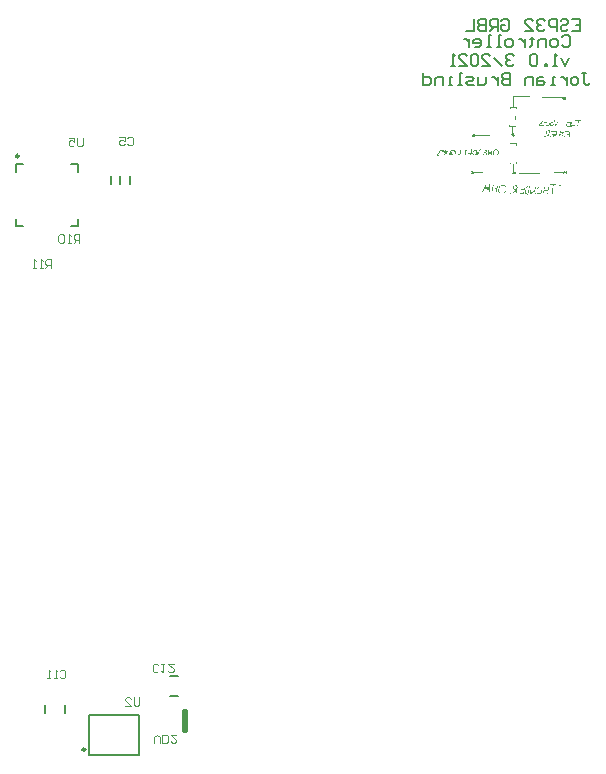
<source format=gbo>
G04 Layer_Color=13813960*
%FSLAX24Y24*%
%MOIN*%
G70*
G01*
G75*
%ADD29C,0.0098*%
%ADD32C,0.0100*%
%ADD59C,0.0079*%
%ADD63C,0.0039*%
%ADD64C,0.0059*%
G36*
X31845Y44276D02*
Y44270D01*
X31840Y44259D01*
Y44248D01*
Y44237D01*
Y44221D01*
Y44216D01*
Y44205D01*
Y44194D01*
Y44188D01*
Y44183D01*
Y44177D01*
Y44161D01*
Y44155D01*
Y44150D01*
Y44139D01*
X31845Y44134D01*
Y44139D01*
X31856Y44144D01*
X31862Y44150D01*
Y44161D01*
X31867Y44172D01*
X31884Y44194D01*
Y44199D01*
X31889Y44205D01*
Y44210D01*
X31895Y44221D01*
Y44226D01*
X31900Y44237D01*
Y44243D01*
X31911Y44259D01*
X31916Y44265D01*
Y44259D01*
X31922Y44254D01*
Y44248D01*
Y44237D01*
X31916Y44232D01*
X31911Y44221D01*
X31900Y44188D01*
X31895Y44183D01*
X31884Y44155D01*
Y44150D01*
X31878Y44144D01*
X31873Y44134D01*
X31867Y44128D01*
X31862D01*
X31856Y44123D01*
X31851Y44112D01*
X31845Y44106D01*
X31840Y44101D01*
X31834Y44106D01*
Y44112D01*
X31829Y44123D01*
X31823Y44144D01*
Y44183D01*
Y44188D01*
Y44194D01*
Y44221D01*
Y44248D01*
X31829Y44270D01*
Y44276D01*
X31834Y44281D01*
X31840D01*
X31845Y44276D01*
D02*
G37*
G36*
X33158Y44270D02*
X33185D01*
X33190Y44265D01*
X33201Y44254D01*
X33207Y44243D01*
Y44237D01*
X33218Y44216D01*
Y44205D01*
X33223Y44188D01*
Y44166D01*
Y44161D01*
X33218Y44150D01*
X33207Y44112D01*
X33196Y44101D01*
X33179Y44095D01*
X33158Y44090D01*
X33114D01*
X33097Y44095D01*
X33092Y44101D01*
X33087D01*
X33081Y44106D01*
Y44112D01*
X33087Y44117D01*
X33092D01*
X33108Y44112D01*
X33114D01*
X33125Y44106D01*
X33163D01*
X33169Y44112D01*
X33174D01*
X33185Y44117D01*
X33190Y44123D01*
X33196Y44134D01*
Y44144D01*
X33201Y44150D01*
X33207Y44172D01*
Y44177D01*
Y44183D01*
Y44194D01*
X33201Y44199D01*
X33196Y44205D01*
Y44216D01*
Y44221D01*
X33190Y44232D01*
X33179Y44243D01*
X33158Y44248D01*
X33152D01*
X33141Y44254D01*
X33130Y44259D01*
Y44265D01*
Y44270D01*
X33136Y44276D01*
X33152D01*
X33158Y44270D01*
D02*
G37*
G36*
X33551Y44276D02*
X33568Y44265D01*
X33573D01*
X33579Y44259D01*
X33584Y44248D01*
X33590Y44237D01*
X33601Y44226D01*
Y44221D01*
X33606Y44210D01*
Y44188D01*
X33601Y44155D01*
Y44150D01*
X33595Y44128D01*
X33584Y44112D01*
X33573Y44101D01*
X33568D01*
X33562Y44095D01*
X33540Y44084D01*
X33535D01*
X33524Y44079D01*
X33502D01*
X33480Y44084D01*
X33475Y44090D01*
X33458D01*
X33447Y44095D01*
X33442Y44101D01*
X33431D01*
X33426Y44112D01*
X33420Y44128D01*
X33415Y44134D01*
X33409Y44150D01*
X33404Y44172D01*
X33409Y44199D01*
X33415Y44205D01*
X33420Y44216D01*
Y44226D01*
X33426Y44232D01*
X33436Y44248D01*
Y44254D01*
X33447Y44265D01*
X33458Y44270D01*
X33469Y44276D01*
X33486Y44281D01*
X33535D01*
X33551Y44276D01*
D02*
G37*
G36*
X31627Y44237D02*
X31632D01*
X31637Y44232D01*
X31643Y44221D01*
Y44216D01*
X31632Y44205D01*
X31572Y44128D01*
X31566Y44117D01*
X31561Y44101D01*
X31566Y44095D01*
X31572Y44090D01*
X31599D01*
X31621Y44095D01*
X31643D01*
Y44090D01*
X31637Y44084D01*
X31627Y44079D01*
X31616D01*
X31583Y44073D01*
X31572D01*
X31550Y44084D01*
X31545Y44095D01*
Y44112D01*
X31555Y44134D01*
X31577Y44166D01*
X31599Y44194D01*
X31605Y44199D01*
X31610Y44210D01*
Y44216D01*
X31605Y44221D01*
X31599D01*
X31594Y44226D01*
X31588Y44232D01*
X31594Y44237D01*
X31599Y44243D01*
X31610D01*
X31627Y44237D01*
D02*
G37*
G36*
X33294Y44270D02*
Y44265D01*
X33289Y44259D01*
X33283Y44237D01*
Y44226D01*
X33278Y44216D01*
X33272Y44210D01*
Y44199D01*
Y44183D01*
Y44177D01*
Y44166D01*
Y44155D01*
X33267Y44144D01*
X33261Y44139D01*
Y44134D01*
X33267Y44123D01*
X33272Y44117D01*
X33278Y44123D01*
X33283Y44128D01*
Y44134D01*
X33289Y44144D01*
X33305Y44161D01*
X33327Y44194D01*
X33333Y44199D01*
X33338Y44205D01*
X33349Y44216D01*
X33354Y44221D01*
X33360Y44226D01*
X33371Y44243D01*
X33376Y44248D01*
X33382Y44259D01*
X33393D01*
Y44248D01*
X33387Y44237D01*
X33382Y44232D01*
Y44205D01*
Y44194D01*
X33376Y44177D01*
Y44166D01*
Y44155D01*
Y44139D01*
Y44134D01*
X33382Y44128D01*
X33398Y44106D01*
X33404Y44101D01*
Y44095D01*
X33398Y44084D01*
X33393D01*
X33387Y44079D01*
X33382Y44084D01*
X33371Y44090D01*
Y44095D01*
X33365Y44101D01*
X33360Y44117D01*
Y44139D01*
Y44144D01*
Y44155D01*
X33354Y44172D01*
X33344D01*
X33333Y44161D01*
X33311Y44139D01*
X33294Y44117D01*
X33272Y44095D01*
X33267Y44090D01*
X33261Y44084D01*
X33256Y44079D01*
X33251D01*
X33245Y44084D01*
X33240Y44101D01*
Y44106D01*
Y44112D01*
Y44128D01*
Y44139D01*
Y44161D01*
Y44166D01*
Y44172D01*
X33245Y44183D01*
X33251Y44188D01*
Y44199D01*
X33256Y44221D01*
Y44226D01*
X33261Y44248D01*
X33267Y44265D01*
X33272Y44276D01*
X33294D01*
Y44270D01*
D02*
G37*
G36*
X31233Y44134D02*
Y44123D01*
X31222D01*
X31216Y44128D01*
Y44134D01*
Y44139D01*
X31233Y44134D01*
D02*
G37*
G36*
X33158Y44194D02*
X33169D01*
X33179Y44188D01*
X33185Y44177D01*
X33179Y44172D01*
X33169Y44161D01*
X33152D01*
X33147Y44166D01*
X33141Y44172D01*
X33125Y44177D01*
X33119D01*
X33114Y44188D01*
Y44194D01*
X33119Y44199D01*
X33141D01*
X33158Y44194D01*
D02*
G37*
G36*
X31780Y44254D02*
X31785Y44248D01*
X31791Y44237D01*
X31796Y44226D01*
Y44221D01*
X31802Y44216D01*
X31807Y44199D01*
X31812Y44177D01*
Y44172D01*
Y44161D01*
X31807Y44123D01*
X31802Y44106D01*
X31796Y44101D01*
X31785Y44095D01*
X31774Y44090D01*
X31763Y44084D01*
X31758D01*
X31747Y44079D01*
X31709D01*
X31698Y44084D01*
X31681Y44090D01*
X31676Y44095D01*
X31670Y44101D01*
Y44106D01*
Y44112D01*
X31676Y44106D01*
X31681D01*
X31698Y44101D01*
X31709D01*
X31730Y44095D01*
X31747D01*
X31752Y44101D01*
X31763D01*
X31769Y44106D01*
X31780Y44117D01*
X31791Y44139D01*
X31802Y44155D01*
X31791Y44166D01*
X31785Y44172D01*
X31780Y44177D01*
X31730Y44188D01*
X31725D01*
X31720Y44194D01*
X31714Y44199D01*
Y44205D01*
X31720Y44210D01*
X31730D01*
X31736Y44205D01*
X31763Y44199D01*
X31780D01*
X31785Y44205D01*
X31780Y44210D01*
X31774Y44221D01*
X31769Y44226D01*
X31763Y44237D01*
X31758Y44243D01*
X31659D01*
Y44248D01*
X31665Y44254D01*
X31681Y44259D01*
X31714Y44265D01*
X31763D01*
X31780Y44254D01*
D02*
G37*
G36*
X32999Y44281D02*
X33005Y44276D01*
X32999Y44270D01*
X32994Y44254D01*
X32988Y44248D01*
X32983Y44243D01*
X32977Y44232D01*
X32972Y44226D01*
X32966Y44216D01*
X32961Y44210D01*
Y44199D01*
Y44194D01*
X32955Y44188D01*
X32950D01*
Y44177D01*
Y44172D01*
X32944Y44161D01*
X32939Y44155D01*
Y44150D01*
X32917Y44112D01*
X32906Y44095D01*
X32901D01*
X32895Y44090D01*
X32890Y44095D01*
X32884Y44101D01*
Y44106D01*
X32879Y44123D01*
X32873Y44139D01*
Y44144D01*
X32868Y44155D01*
X32862Y44144D01*
Y44134D01*
Y44123D01*
X32857Y44112D01*
X32846Y44101D01*
X32840Y44095D01*
X32824Y44084D01*
X32802D01*
X32797Y44090D01*
X32780D01*
X32769Y44095D01*
X32764Y44101D01*
X32758D01*
X32748Y44106D01*
X32742Y44112D01*
X32737Y44123D01*
Y44128D01*
X32731Y44134D01*
X32726Y44144D01*
Y44161D01*
X32731Y44188D01*
X32737Y44194D01*
X32742Y44216D01*
X32758Y44232D01*
X32780Y44254D01*
X32786Y44259D01*
X32797Y44265D01*
X32808D01*
X32830Y44254D01*
X32835Y44248D01*
X32846Y44243D01*
X32857Y44226D01*
X32862Y44210D01*
Y44205D01*
X32868Y44199D01*
X32873Y44205D01*
Y44210D01*
Y44216D01*
Y44237D01*
Y44243D01*
X32868Y44248D01*
Y44254D01*
Y44259D01*
Y44276D01*
Y44281D01*
X32879Y44287D01*
X32884D01*
Y44248D01*
Y44243D01*
Y44237D01*
X32890Y44210D01*
X32895Y44166D01*
Y44161D01*
X32901Y44144D01*
Y44134D01*
X32906D01*
Y44139D01*
X32922Y44177D01*
Y44183D01*
X32928D01*
X32933Y44188D01*
X32939Y44199D01*
Y44205D01*
X32944Y44210D01*
Y44216D01*
X32950Y44221D01*
X32961Y44248D01*
Y44254D01*
X32966Y44259D01*
X32977Y44281D01*
X32983Y44287D01*
X32988D01*
X32999Y44281D01*
D02*
G37*
G36*
X32343Y44270D02*
Y44254D01*
Y44248D01*
X32337Y44237D01*
X32332Y44226D01*
Y44210D01*
Y44177D01*
Y44166D01*
Y44150D01*
Y44128D01*
X32326Y44117D01*
X32321Y44101D01*
X32316Y44095D01*
X32305D01*
X32288Y44101D01*
X32283D01*
X32272Y44106D01*
X32255Y44112D01*
X32228D01*
X32217Y44117D01*
X32201D01*
X32190Y44123D01*
X32184D01*
X32173Y44128D01*
X32162Y44123D01*
X32157Y44112D01*
Y44101D01*
X32146Y44090D01*
X32064D01*
X32053Y44095D01*
X32048Y44101D01*
X32042D01*
X32037Y44095D01*
Y44090D01*
X32031Y44084D01*
X32026D01*
Y44095D01*
Y44101D01*
Y44112D01*
X32020Y44123D01*
X32015D01*
X32009Y44117D01*
X31998D01*
X31993Y44123D01*
X31982D01*
X31977Y44117D01*
X31971Y44112D01*
X31960Y44101D01*
X31955Y44095D01*
Y44090D01*
X31949Y44084D01*
Y44073D01*
X31944Y44068D01*
X31938D01*
X31933Y44073D01*
Y44084D01*
X31938Y44095D01*
Y44101D01*
X31944Y44112D01*
Y44128D01*
X31938Y44139D01*
X31933Y44144D01*
X31938Y44150D01*
X31960D01*
X31966Y44155D01*
X31971Y44166D01*
X31977Y44177D01*
Y44183D01*
X31987Y44199D01*
X31993Y44216D01*
X31998Y44226D01*
Y44232D01*
Y44243D01*
X32009Y44254D01*
X32020Y44259D01*
X32026D01*
X32031Y44254D01*
Y44243D01*
X32026Y44237D01*
Y44216D01*
Y44210D01*
Y44199D01*
Y44194D01*
X32031Y44177D01*
X32037Y44112D01*
X32064D01*
X32091Y44106D01*
X32130D01*
X32135Y44112D01*
X32141Y44117D01*
Y44123D01*
X32146Y44128D01*
X32151Y44155D01*
Y44161D01*
X32146Y44166D01*
Y44172D01*
X32141Y44177D01*
X32124D01*
X32119Y44183D01*
X32108Y44188D01*
X32102Y44194D01*
Y44199D01*
Y44205D01*
Y44210D01*
X32113D01*
X32124Y44205D01*
X32135Y44199D01*
X32151D01*
X32157Y44205D01*
Y44210D01*
X32151Y44216D01*
X32146Y44221D01*
X32141Y44226D01*
X32130Y44232D01*
X32113D01*
X32108Y44237D01*
X32097Y44243D01*
X32091Y44248D01*
X32064D01*
X32059Y44254D01*
Y44259D01*
X32064Y44265D01*
X32086D01*
X32097Y44259D01*
X32108Y44254D01*
X32113D01*
X32124Y44248D01*
X32141D01*
X32162Y44254D01*
X32184Y44226D01*
Y44221D01*
X32179Y44216D01*
X32173Y44210D01*
X32168Y44199D01*
Y44177D01*
Y44172D01*
Y44161D01*
Y44150D01*
X32173Y44139D01*
X32179D01*
X32195Y44134D01*
X32261Y44128D01*
X32305D01*
X32310Y44134D01*
Y44139D01*
Y44155D01*
Y44166D01*
X32316Y44188D01*
Y44216D01*
Y44226D01*
Y44243D01*
X32321Y44265D01*
X32326Y44276D01*
X32343D01*
Y44270D01*
D02*
G37*
G36*
X32698Y44265D02*
Y44243D01*
Y44221D01*
Y44199D01*
Y44194D01*
Y44188D01*
Y44161D01*
Y44134D01*
X32693Y44112D01*
X32687Y44106D01*
X32682Y44101D01*
X32671D01*
X32665Y44106D01*
X32655Y44112D01*
X32649D01*
X32627Y44117D01*
X32622D01*
X32616Y44123D01*
X32589Y44134D01*
X32583D01*
X32573Y44139D01*
X32567D01*
Y44144D01*
X32573Y44150D01*
X32611D01*
X32633Y44144D01*
X32638D01*
X32649Y44139D01*
X32655D01*
X32660Y44134D01*
X32665D01*
X32671Y44144D01*
X32676Y44155D01*
Y44172D01*
Y44177D01*
Y44188D01*
Y44199D01*
X32682Y44210D01*
Y44216D01*
Y44226D01*
Y44254D01*
Y44259D01*
X32676Y44265D01*
Y44276D01*
X32682Y44281D01*
X32698D01*
Y44265D01*
D02*
G37*
G36*
X35055Y43024D02*
Y43018D01*
X35060Y43007D01*
Y42985D01*
Y42980D01*
Y42969D01*
Y42952D01*
Y42942D01*
Y42936D01*
X35050Y42909D01*
X35044Y42903D01*
Y42887D01*
Y42881D01*
X35039Y42859D01*
X35033Y42843D01*
X35028Y42832D01*
X35017Y42810D01*
X35011D01*
X35006Y42805D01*
X35000Y42799D01*
X34989Y42794D01*
X34935D01*
X34918Y42799D01*
X34902Y42805D01*
X34896Y42810D01*
X34880Y42827D01*
X34864Y42838D01*
Y42881D01*
Y42887D01*
Y42903D01*
Y42920D01*
X34869Y42925D01*
Y42931D01*
X34875Y42942D01*
Y42947D01*
X34880Y42952D01*
X34885Y42958D01*
Y42963D01*
X34891Y42974D01*
X34896Y42985D01*
X34913Y43007D01*
Y43013D01*
X34940D01*
Y43007D01*
X34929Y42996D01*
X34913Y42969D01*
X34902Y42952D01*
X34896Y42947D01*
X34885Y42931D01*
X34880Y42903D01*
X34875Y42876D01*
Y42870D01*
X34880Y42859D01*
X34885Y42843D01*
X34902Y42832D01*
X34907Y42827D01*
X34913Y42821D01*
X34929D01*
X34940Y42816D01*
X34946D01*
X34968Y42810D01*
X34989Y42816D01*
X35000Y42827D01*
X35011Y42838D01*
X35017Y42849D01*
X35022Y42870D01*
X35028Y42909D01*
X35033Y42963D01*
Y43024D01*
X35044Y43029D01*
X35050D01*
X35055Y43024D01*
D02*
G37*
G36*
X33786Y43084D02*
X33797Y43078D01*
X33808Y43073D01*
X33825Y43056D01*
X33830D01*
X33836Y43045D01*
X33847Y43040D01*
X33852Y43029D01*
X33858Y43018D01*
Y43007D01*
Y42991D01*
Y42969D01*
Y42963D01*
Y42952D01*
Y42936D01*
Y42925D01*
X33847Y42909D01*
Y42898D01*
X33841Y42887D01*
X33830Y42870D01*
X33825Y42865D01*
X33814Y42859D01*
X33786Y42838D01*
X33770Y42832D01*
X33765Y42827D01*
X33759D01*
X33743Y42821D01*
X33732D01*
X33710Y42816D01*
X33683D01*
X33672Y42821D01*
X33666Y42827D01*
X33655D01*
X33650Y42832D01*
X33639D01*
X33628Y42843D01*
X33622D01*
X33611Y42849D01*
X33606Y42859D01*
X33590Y42876D01*
Y42909D01*
Y42914D01*
Y42925D01*
Y42942D01*
X33595Y42958D01*
X33601Y42974D01*
Y42980D01*
X33606Y42991D01*
X33611Y42996D01*
X33617Y43007D01*
Y43013D01*
X33622Y43024D01*
X33628Y43040D01*
Y43045D01*
X33639Y43051D01*
X33644Y43056D01*
X33650Y43067D01*
X33661D01*
Y43073D01*
X33672D01*
X33677Y43078D01*
X33693D01*
X33699Y43084D01*
X33715D01*
X33737Y43089D01*
X33770D01*
X33786Y43084D01*
D02*
G37*
G36*
X35153Y43034D02*
Y43024D01*
X35148Y43018D01*
X35142Y43007D01*
X35137Y42996D01*
Y42991D01*
Y42974D01*
X35132Y42963D01*
X35126Y42952D01*
X35121Y42942D01*
X35126Y42936D01*
X35132Y42931D01*
X35153Y42925D01*
X35164D01*
X35175Y42920D01*
X35192D01*
X35225Y42914D01*
X35235D01*
X35241Y42920D01*
Y42931D01*
Y42947D01*
Y42969D01*
Y43029D01*
X35263D01*
X35274Y43024D01*
X35268Y43007D01*
Y42996D01*
Y42985D01*
Y42969D01*
Y42963D01*
X35263Y42952D01*
Y42925D01*
X35257Y42914D01*
Y42903D01*
Y42887D01*
Y42881D01*
Y42870D01*
X35252Y42843D01*
X35241Y42821D01*
Y42816D01*
X35235Y42799D01*
X35230Y42794D01*
X35225D01*
X35219Y42799D01*
Y42805D01*
Y42810D01*
Y42821D01*
X35225Y42832D01*
Y42838D01*
X35230Y42843D01*
X35235Y42870D01*
Y42876D01*
X35230Y42881D01*
X35225Y42892D01*
X35208D01*
X35203Y42898D01*
X35197D01*
X35186Y42903D01*
X35137D01*
X35132Y42909D01*
X35126Y42914D01*
X35121Y42909D01*
X35115Y42898D01*
X35110Y42892D01*
Y42881D01*
Y42876D01*
X35104Y42865D01*
X35099Y42859D01*
Y42849D01*
Y42843D01*
X35093Y42838D01*
X35088Y42832D01*
Y42816D01*
X35082Y42810D01*
X35060D01*
X35082Y42854D01*
Y42859D01*
X35088Y42870D01*
Y42876D01*
X35093Y42887D01*
Y42892D01*
X35099Y42909D01*
Y42914D01*
X35093Y42920D01*
X35088Y42925D01*
X35077D01*
X35071Y42931D01*
X35066D01*
X35071Y42936D01*
X35099D01*
X35104Y42942D01*
X35110Y42958D01*
Y42963D01*
X35115Y42985D01*
Y42991D01*
Y42996D01*
X35121Y43013D01*
Y43018D01*
Y43024D01*
X35132Y43034D01*
X35137Y43040D01*
X35153D01*
Y43034D01*
D02*
G37*
G36*
X34623Y43067D02*
X34629Y43062D01*
X34634Y43056D01*
X34639Y43034D01*
X34634Y43024D01*
X34629Y43007D01*
X34623Y43002D01*
Y42974D01*
Y42969D01*
Y42963D01*
X34618Y42942D01*
X34612Y42909D01*
Y42898D01*
X34607Y42887D01*
X34601Y42881D01*
Y42876D01*
Y42859D01*
Y42854D01*
Y42849D01*
Y42838D01*
X34596Y42832D01*
X34590D01*
Y42827D01*
X34585Y42816D01*
X34579Y42810D01*
Y42783D01*
Y42777D01*
X34574Y42772D01*
Y42767D01*
X34568Y42772D01*
X34557Y42783D01*
X34541Y42788D01*
X34536D01*
X34530Y42794D01*
X34508Y42805D01*
X34486Y42827D01*
X34475Y42849D01*
Y42854D01*
Y42859D01*
X34481Y42887D01*
Y42892D01*
Y42898D01*
Y42909D01*
X34486Y42914D01*
Y42920D01*
X34492Y42931D01*
Y42936D01*
X34497Y42952D01*
Y42958D01*
Y42963D01*
X34503Y42974D01*
Y42980D01*
X34508Y42991D01*
Y42996D01*
X34514Y43013D01*
Y43024D01*
X34525Y43034D01*
X34536Y43051D01*
X34541Y43056D01*
X34552Y43062D01*
X34568Y43073D01*
X34607D01*
X34623Y43067D01*
D02*
G37*
G36*
X34689Y43051D02*
Y43045D01*
X34694Y43034D01*
X34689Y43029D01*
Y43018D01*
Y42996D01*
Y42991D01*
Y42980D01*
X34683Y42952D01*
X34678Y42947D01*
Y42925D01*
Y42914D01*
X34672Y42898D01*
X34667Y42892D01*
Y42865D01*
Y42854D01*
X34661Y42838D01*
Y42832D01*
X34656Y42827D01*
Y42821D01*
X34661Y42816D01*
X34667D01*
X34672Y42821D01*
X34689Y42832D01*
X34705Y42843D01*
X34711Y42849D01*
X34716Y42859D01*
X34738Y42887D01*
X34809Y42974D01*
Y42980D01*
Y42991D01*
Y42996D01*
X34814Y43002D01*
X34820Y43007D01*
X34825Y43018D01*
Y43024D01*
X34836Y43029D01*
X34847D01*
X34853Y43024D01*
X34847Y43013D01*
X34836Y42991D01*
X34825Y42958D01*
Y42854D01*
Y42849D01*
X34831Y42838D01*
Y42832D01*
X34836Y42816D01*
X34831Y42805D01*
X34820Y42794D01*
X34814D01*
X34809Y42799D01*
Y42810D01*
Y42816D01*
Y42821D01*
X34803Y42843D01*
Y42854D01*
Y42870D01*
Y42892D01*
Y42903D01*
Y42920D01*
X34798Y42931D01*
X34793Y42925D01*
Y42920D01*
X34787Y42914D01*
X34771Y42892D01*
X34743Y42854D01*
X34711Y42821D01*
X34705Y42816D01*
X34700Y42810D01*
X34689Y42805D01*
X34683D01*
X34678Y42799D01*
X34656Y42794D01*
X34650Y42799D01*
X34645Y42810D01*
X34639Y42821D01*
Y42827D01*
Y42832D01*
Y42849D01*
X34645Y42859D01*
Y42865D01*
X34650Y42870D01*
X34656Y42892D01*
Y42898D01*
X34661Y42914D01*
Y42920D01*
Y42925D01*
X34667Y42952D01*
Y42958D01*
Y42963D01*
Y42974D01*
X34672Y42980D01*
Y42991D01*
X34678Y43002D01*
Y43018D01*
Y43029D01*
Y43045D01*
X34683Y43056D01*
X34689Y43051D01*
D02*
G37*
G36*
X34191Y43078D02*
X34197D01*
X34207Y43067D01*
X34224Y43056D01*
X34235Y43040D01*
Y43034D01*
Y43029D01*
Y43002D01*
X34229Y42991D01*
X34224Y42969D01*
Y42963D01*
X34213Y42947D01*
X34207Y42936D01*
Y42920D01*
Y42898D01*
Y42892D01*
Y42881D01*
Y42870D01*
X34202Y42859D01*
X34197Y42854D01*
Y42849D01*
Y42832D01*
Y42827D01*
X34191Y42821D01*
X34180Y42816D01*
X34175Y42821D01*
X34169Y42832D01*
X34175Y42849D01*
Y42854D01*
Y42865D01*
X34180Y42887D01*
Y42892D01*
Y42903D01*
Y42920D01*
X34186Y42925D01*
Y42936D01*
X34191Y42947D01*
Y42963D01*
Y42969D01*
Y42980D01*
X34197Y42991D01*
X34202Y43002D01*
Y43007D01*
Y43013D01*
Y43034D01*
Y43040D01*
X34191Y43045D01*
X34186Y43056D01*
X34169Y43062D01*
X34136D01*
X34120Y43051D01*
X34109Y43034D01*
Y43013D01*
Y42985D01*
X34125Y42969D01*
X34136Y42963D01*
X34142Y42958D01*
X34153Y42952D01*
X34158D01*
Y42947D01*
X34164Y42936D01*
Y42931D01*
X34169Y42914D01*
X34158Y42903D01*
X34153Y42898D01*
X34142Y42876D01*
X34136D01*
X34131Y42870D01*
X34120Y42865D01*
X34115D01*
Y42859D01*
X34109Y42854D01*
X34098Y42849D01*
X34087Y42843D01*
X34082D01*
X34076Y42838D01*
X34065Y42832D01*
X34060Y42827D01*
X34054D01*
X34032Y42821D01*
X34027D01*
X34016Y42816D01*
X34005Y42810D01*
X34000Y42805D01*
X33994Y42810D01*
X34000Y42816D01*
X34005Y42821D01*
X34011D01*
X34016Y42827D01*
X34049Y42843D01*
X34076Y42859D01*
X34115Y42887D01*
X34120Y42892D01*
X34131Y42909D01*
X34142Y42925D01*
X34136Y42931D01*
X34131Y42942D01*
X34125Y42947D01*
X34109Y42958D01*
X34104D01*
X34098Y42963D01*
X34093Y42969D01*
Y42974D01*
Y42980D01*
X34087Y42991D01*
X34082Y42996D01*
Y43018D01*
Y43024D01*
Y43029D01*
X34087Y43040D01*
Y43045D01*
X34093Y43051D01*
Y43056D01*
X34098Y43062D01*
X34109Y43073D01*
X34131Y43084D01*
X34136D01*
X34153Y43089D01*
X34169D01*
X34191Y43078D01*
D02*
G37*
G36*
X34448Y43029D02*
Y43024D01*
Y43018D01*
X34421D01*
X34410Y43024D01*
X34399D01*
X34372Y43029D01*
X34333D01*
X34317Y43034D01*
X34311D01*
X34317Y43040D01*
X34432D01*
X34448Y43029D01*
D02*
G37*
G36*
X35378Y43122D02*
X35394D01*
X35410Y43116D01*
X35482D01*
X35503Y43111D01*
X35525D01*
X35542Y43106D01*
X35667D01*
X35673Y43100D01*
X35678Y43084D01*
Y43078D01*
X35673Y43073D01*
X35651D01*
X35640Y43062D01*
X35629D01*
X35618Y43073D01*
X35613D01*
X35607Y43078D01*
X35591Y43084D01*
X35542D01*
X35520Y43089D01*
X35503Y43095D01*
X35482Y43100D01*
X35476D01*
X35460Y43106D01*
X35443Y43100D01*
X35438Y43095D01*
X35432Y43084D01*
X35427Y43062D01*
X35421Y43051D01*
Y43029D01*
Y42996D01*
Y42985D01*
X35416Y42969D01*
Y42947D01*
X35410Y42931D01*
X35405Y42881D01*
Y42805D01*
Y42799D01*
X35399Y42794D01*
X35389Y42788D01*
X35383Y42783D01*
X35378Y42788D01*
X35372Y42794D01*
Y42799D01*
Y42805D01*
Y42816D01*
X35378Y42827D01*
Y42849D01*
Y42854D01*
Y42865D01*
Y42881D01*
X35383Y42892D01*
Y42898D01*
Y42909D01*
X35389Y42925D01*
Y42952D01*
Y42963D01*
Y42980D01*
X35394Y43002D01*
X35399Y43024D01*
Y43029D01*
Y43040D01*
X35405Y43078D01*
Y43106D01*
X35334D01*
X35317Y43111D01*
X35290D01*
X35268Y43116D01*
X35142D01*
Y43122D01*
X35148D01*
X35164Y43127D01*
X35361D01*
X35378Y43122D01*
D02*
G37*
G36*
X33305Y43116D02*
Y43111D01*
X33311Y43100D01*
Y43095D01*
X33305Y43078D01*
Y43040D01*
Y43018D01*
Y42985D01*
Y42980D01*
Y42974D01*
Y42942D01*
X33311Y42914D01*
Y42898D01*
X33316Y42892D01*
Y42887D01*
Y42870D01*
X33311Y42865D01*
X33305Y42859D01*
X33300Y42865D01*
X33294Y42876D01*
Y42887D01*
X33289Y43013D01*
Y43018D01*
Y43024D01*
X33283D01*
Y43013D01*
X33278Y43007D01*
Y43002D01*
X33240Y42942D01*
X33234Y42936D01*
X33218Y42931D01*
X33212Y42936D01*
X33207Y42947D01*
Y42952D01*
X33201Y42969D01*
Y42974D01*
X33196Y42980D01*
Y42991D01*
Y42996D01*
X33190Y43013D01*
X33179Y43040D01*
Y43045D01*
X33174Y43056D01*
X33163Y43062D01*
X33158Y43051D01*
Y43045D01*
Y43034D01*
X33152D01*
Y43024D01*
X33147Y43018D01*
X33136Y43002D01*
X33130Y42985D01*
Y42980D01*
X33125Y42963D01*
X33119Y42958D01*
Y42947D01*
Y42942D01*
X33108Y42925D01*
X33070Y42865D01*
Y42859D01*
X33065Y42854D01*
X33059D01*
X33054Y42859D01*
X33059Y42876D01*
Y42881D01*
X33065Y42887D01*
X33070Y42892D01*
Y42898D01*
X33076Y42909D01*
X33114Y42991D01*
Y42996D01*
Y43002D01*
X33119Y43013D01*
Y43018D01*
X33125Y43029D01*
Y43034D01*
X33130Y43045D01*
Y43051D01*
X33141Y43062D01*
Y43067D01*
X33147Y43078D01*
Y43084D01*
Y43095D01*
X33152Y43106D01*
X33163Y43111D01*
X33174D01*
X33179Y43106D01*
X33185Y43095D01*
Y43084D01*
X33190Y43067D01*
Y43062D01*
X33196Y43056D01*
X33207Y43007D01*
Y42996D01*
X33218Y42974D01*
X33223Y42963D01*
X33229Y42969D01*
X33234Y42974D01*
X33240Y42980D01*
X33251Y42991D01*
X33256Y43002D01*
X33272Y43051D01*
X33278Y43062D01*
X33283Y43084D01*
Y43089D01*
Y43106D01*
X33294Y43116D01*
X33300Y43122D01*
X33305Y43116D01*
D02*
G37*
G36*
X33436Y43095D02*
Y43084D01*
X33426Y43067D01*
X33420Y43062D01*
X33415Y43040D01*
Y43034D01*
Y43018D01*
X33409Y43013D01*
Y42996D01*
Y42974D01*
X33529Y42985D01*
X33535D01*
X33540Y42991D01*
Y42996D01*
X33546Y43007D01*
Y43013D01*
X33551Y43024D01*
Y43045D01*
Y43073D01*
X33579D01*
Y43051D01*
Y43045D01*
Y43040D01*
Y43029D01*
Y43024D01*
X33573Y43018D01*
X33568Y43002D01*
X33562Y42991D01*
X33557Y42974D01*
X33551Y42969D01*
Y42958D01*
Y42952D01*
X33546Y42942D01*
X33540Y42936D01*
Y42931D01*
Y42914D01*
Y42903D01*
Y42892D01*
X33535D01*
Y42887D01*
X33529Y42876D01*
Y42870D01*
Y42859D01*
X33524Y42843D01*
X33513Y42838D01*
X33502D01*
X33497Y42843D01*
X33502Y42854D01*
Y42859D01*
X33508Y42870D01*
X33513Y42898D01*
Y42903D01*
Y42914D01*
Y42925D01*
X33518Y42936D01*
Y42942D01*
Y42947D01*
X33508Y42952D01*
X33491D01*
X33464Y42958D01*
X33458D01*
X33436Y42963D01*
X33409D01*
X33404Y42958D01*
Y42947D01*
Y42931D01*
Y42925D01*
Y42920D01*
Y42909D01*
X33398Y42903D01*
X33393D01*
Y42898D01*
Y42887D01*
Y42881D01*
X33387Y42865D01*
X33382Y42854D01*
X33376D01*
X33371Y42849D01*
X33365Y42854D01*
Y42865D01*
X33371Y42881D01*
Y42887D01*
X33376Y42903D01*
X33382Y42936D01*
Y42942D01*
Y42952D01*
X33387Y42980D01*
Y42985D01*
Y42991D01*
X33393Y43024D01*
Y43029D01*
Y43040D01*
X33398Y43056D01*
X33404Y43067D01*
X33409Y43095D01*
X33415Y43100D01*
X33426Y43106D01*
X33431D01*
X33436Y43095D01*
D02*
G37*
G36*
X34475Y43002D02*
Y42985D01*
X34470Y42980D01*
Y42958D01*
Y42947D01*
X34464Y42931D01*
X34459Y42925D01*
Y42909D01*
X34454Y42898D01*
Y42881D01*
X34448Y42876D01*
Y42870D01*
Y42854D01*
X34443Y42843D01*
X34437Y42827D01*
X34432Y42816D01*
Y42810D01*
X34426Y42805D01*
X34415Y42799D01*
X34388Y42794D01*
X34377D01*
X34361Y42799D01*
X34328Y42805D01*
X34300Y42816D01*
Y42821D01*
Y42827D01*
X34328D01*
X34344Y42821D01*
X34350D01*
X34361Y42816D01*
X34382D01*
X34404Y42821D01*
X34415Y42838D01*
X34421Y42865D01*
Y42870D01*
X34426Y42876D01*
X34432Y42903D01*
Y42925D01*
X34404D01*
X34399Y42931D01*
X34388D01*
X34382Y42936D01*
X34372D01*
X34366Y42942D01*
X34361D01*
Y42947D01*
Y42952D01*
X34393D01*
X34404Y42947D01*
X34410D01*
X34421Y42942D01*
X34432Y42947D01*
X34443Y42952D01*
X34448Y42969D01*
Y42974D01*
X34454Y42980D01*
X34459Y42996D01*
Y43002D01*
X34464Y43007D01*
X34475D01*
Y43002D01*
D02*
G37*
G36*
X35378Y44883D02*
X35383D01*
X35394Y44877D01*
X35399D01*
X35410Y44872D01*
X35416D01*
X35427Y44866D01*
Y44872D01*
X35432Y44877D01*
Y44883D01*
Y44888D01*
X35476D01*
X35487Y44883D01*
X35503D01*
X35525Y44877D01*
X35558D01*
X35574Y44872D01*
X35585D01*
X35596Y44866D01*
X35624D01*
X35629Y44861D01*
X35635Y44855D01*
X35629Y44850D01*
X35613Y44844D01*
X35602D01*
X35591Y44850D01*
X35585Y44855D01*
X35542D01*
Y44828D01*
Y44823D01*
Y44812D01*
Y44795D01*
X35536Y44784D01*
X35531Y44779D01*
Y44768D01*
X35525Y44762D01*
X35520Y44746D01*
X35509Y44724D01*
X35503D01*
X35498Y44719D01*
X35487Y44713D01*
X35482D01*
X35492Y44746D01*
X35498Y44751D01*
X35509Y44762D01*
Y44768D01*
X35514Y44779D01*
Y44784D01*
Y44795D01*
X35520Y44817D01*
Y44823D01*
Y44839D01*
Y44850D01*
X35514Y44861D01*
X35509Y44866D01*
X35454D01*
X35449Y44861D01*
Y44855D01*
Y44850D01*
X35454Y44844D01*
Y44823D01*
Y44790D01*
X35460Y44784D01*
X35471Y44779D01*
X35476Y44773D01*
X35465Y44768D01*
X35460D01*
X35454Y44757D01*
Y44746D01*
Y44740D01*
Y44735D01*
Y44724D01*
X35449Y44719D01*
X35443Y44708D01*
X35438Y44697D01*
X35421Y44686D01*
X35383D01*
X35361Y44691D01*
X35356D01*
X35350Y44697D01*
X35339Y44702D01*
X35334Y44708D01*
X35312D01*
X35307Y44713D01*
X35301Y44719D01*
Y44730D01*
X35317D01*
X35323Y44724D01*
X35339D01*
X35356Y44713D01*
X35367Y44708D01*
X35399D01*
X35416Y44713D01*
X35421Y44730D01*
X35427Y44746D01*
X35432Y44762D01*
X35389Y44773D01*
X35383Y44779D01*
X35361D01*
X35356Y44784D01*
X35350Y44790D01*
X35356Y44801D01*
X35361Y44806D01*
X35367Y44801D01*
X35372Y44795D01*
X35378Y44790D01*
X35405D01*
X35421Y44784D01*
X35427Y44790D01*
X35432Y44801D01*
X35438Y44817D01*
Y44823D01*
X35432Y44839D01*
Y44844D01*
X35427Y44850D01*
X35416Y44855D01*
X35405D01*
X35389Y44861D01*
X35367Y44872D01*
X35361Y44877D01*
X35345D01*
X35339Y44883D01*
Y44888D01*
X35345Y44894D01*
X35367D01*
X35378Y44883D01*
D02*
G37*
G36*
X35848D02*
X35946D01*
X35957Y44866D01*
Y44861D01*
X35963Y44855D01*
X35968Y44844D01*
X35974Y44833D01*
Y44828D01*
X35979Y44823D01*
Y44817D01*
X35985Y44806D01*
Y44790D01*
Y44784D01*
Y44773D01*
Y44762D01*
X35979Y44751D01*
X35974Y44746D01*
Y44730D01*
X35968Y44724D01*
X35957Y44708D01*
X35941Y44680D01*
X35853D01*
X35842Y44686D01*
X35837Y44691D01*
X35804D01*
X35788Y44702D01*
X35777Y44708D01*
X35771Y44713D01*
X35766D01*
Y44719D01*
X35804D01*
X35810Y44713D01*
X35821D01*
X35842Y44708D01*
X35886Y44702D01*
X35908D01*
X35930Y44708D01*
X35946Y44724D01*
X35952Y44730D01*
X35957Y44740D01*
Y44751D01*
X35952Y44757D01*
X35935D01*
Y44762D01*
Y44768D01*
X35908D01*
X35897Y44773D01*
X35892Y44779D01*
X35864D01*
X35859Y44784D01*
X35864Y44790D01*
X35870Y44795D01*
X35875D01*
X35881Y44790D01*
X35897D01*
X35908Y44784D01*
X35919D01*
X35935Y44779D01*
X35957D01*
Y44784D01*
Y44801D01*
Y44806D01*
X35952Y44828D01*
X35935Y44844D01*
X35908Y44855D01*
X35897D01*
X35886Y44861D01*
X35881Y44866D01*
X35842D01*
X35831Y44872D01*
X35826Y44877D01*
Y44883D01*
X35831Y44888D01*
X35848Y44883D01*
D02*
G37*
G36*
X36160Y45162D02*
Y45156D01*
Y45145D01*
Y45129D01*
X36154Y45112D01*
X36149Y45101D01*
Y45079D01*
X36143Y45074D01*
X36138Y45063D01*
X36127Y45052D01*
X36116Y45058D01*
X36110Y45063D01*
X36088Y45085D01*
X36078Y45074D01*
X36072Y45069D01*
X36061Y45052D01*
X36045Y45036D01*
X36023Y45030D01*
X36017D01*
X36006Y45036D01*
X36001Y45047D01*
X35996Y45058D01*
Y45063D01*
Y45069D01*
Y45074D01*
X35990Y45063D01*
X35979Y45052D01*
X35968Y45047D01*
X35946Y45036D01*
X35941D01*
X35930Y45030D01*
X35913D01*
X35903Y45036D01*
X35886Y45041D01*
X35881Y45047D01*
X35875D01*
Y45052D01*
X35864D01*
Y45063D01*
X35853Y45085D01*
Y45090D01*
Y45101D01*
Y45118D01*
X35859Y45134D01*
Y45140D01*
X35864Y45151D01*
X35875Y45167D01*
X35886Y45178D01*
X35935Y45200D01*
X35941D01*
X35952Y45194D01*
X35963Y45183D01*
X35974Y45172D01*
X35985Y45151D01*
Y45145D01*
X35996Y45134D01*
X36001Y45129D01*
X36006D01*
Y45140D01*
Y45145D01*
X36012Y45156D01*
Y45162D01*
X36017Y45172D01*
Y45178D01*
X36023Y45183D01*
X36028Y45189D01*
X36039Y45194D01*
X36045Y45189D01*
X36050Y45183D01*
X36045Y45167D01*
X36028Y45140D01*
Y45134D01*
X36023Y45118D01*
X36017Y45079D01*
Y45074D01*
Y45069D01*
X36023Y45063D01*
X36028Y45058D01*
X36034D01*
X36050Y45063D01*
X36056Y45069D01*
X36061Y45085D01*
Y45090D01*
X36067Y45101D01*
X36078Y45112D01*
X36088Y45107D01*
X36099Y45101D01*
X36105D01*
X36110Y45096D01*
X36121Y45090D01*
X36127D01*
Y45101D01*
X36132Y45123D01*
Y45151D01*
Y45200D01*
X36160D01*
Y45162D01*
D02*
G37*
G36*
X35399Y45194D02*
X35405Y45189D01*
X35410Y45183D01*
X35421Y45172D01*
X35427Y45162D01*
Y45151D01*
X35432Y45140D01*
Y45118D01*
Y45112D01*
Y45107D01*
Y45096D01*
X35427Y45090D01*
X35416Y45074D01*
X35410Y45069D01*
X35399Y45063D01*
X35378Y45058D01*
X35356D01*
X35339Y45063D01*
X35334Y45069D01*
X35323Y45085D01*
Y45090D01*
X35317Y45096D01*
Y45107D01*
Y45118D01*
Y45145D01*
Y45151D01*
X35323Y45162D01*
X35334Y45178D01*
X35350Y45189D01*
X35356Y45194D01*
X35367Y45200D01*
X35383D01*
X35399Y45194D01*
D02*
G37*
G36*
X35296Y45189D02*
Y45178D01*
X35301Y45156D01*
Y45129D01*
Y45123D01*
Y45107D01*
X35296Y45090D01*
X35290Y45074D01*
X35285D01*
X35279Y45069D01*
X35257Y45063D01*
X35214D01*
X35197Y45069D01*
X35181Y45074D01*
X35175Y45079D01*
Y45085D01*
X35241D01*
X35257Y45090D01*
X35274Y45107D01*
Y45112D01*
X35279Y45129D01*
X35285Y45145D01*
X35279Y45167D01*
Y45172D01*
X35274Y45183D01*
Y45189D01*
X35279Y45194D01*
X35296D01*
Y45189D01*
D02*
G37*
G36*
X35465Y45249D02*
X35471Y45238D01*
X35476Y45227D01*
X35482Y45205D01*
Y45200D01*
Y45189D01*
Y45172D01*
X35487Y45162D01*
Y45156D01*
Y45134D01*
Y45129D01*
X35492Y45112D01*
X35503D01*
X35509Y45118D01*
X35520Y45134D01*
X35536Y45156D01*
Y45162D01*
X35542Y45167D01*
Y45172D01*
X35547D01*
Y45178D01*
X35553Y45183D01*
X35564Y45216D01*
X35569Y45222D01*
X35574Y45216D01*
X35580Y45211D01*
X35591Y45205D01*
X35558Y45156D01*
X35553Y45151D01*
Y45145D01*
X35531Y45096D01*
Y45090D01*
X35520Y45085D01*
X35514D01*
X35509Y45079D01*
Y45069D01*
X35503Y45063D01*
X35487D01*
X35482Y45069D01*
X35476Y45079D01*
X35471Y45090D01*
Y45107D01*
X35465Y45118D01*
Y45134D01*
Y45156D01*
Y45162D01*
Y45178D01*
Y45194D01*
X35460Y45205D01*
X35454Y45211D01*
Y45233D01*
Y45238D01*
Y45244D01*
Y45254D01*
X35460D01*
X35465Y45249D01*
D02*
G37*
G36*
X35088Y45205D02*
X35093D01*
X35121Y45200D01*
X35132D01*
X35148Y45194D01*
X35153D01*
X35164Y45189D01*
X35181D01*
X35192Y45183D01*
X35197Y45178D01*
Y45172D01*
X35192Y45167D01*
X35181Y45162D01*
X35170D01*
X35159Y45167D01*
X35137D01*
X35126Y45156D01*
Y45140D01*
X35121Y45118D01*
Y45112D01*
X35115Y45107D01*
Y45096D01*
Y45090D01*
X35110Y45074D01*
X35104Y45069D01*
X35093D01*
X35077Y45063D01*
X35060D01*
X35028Y45074D01*
X35011D01*
X35000Y45069D01*
X34968D01*
X34951Y45074D01*
X34946Y45085D01*
Y45090D01*
X34957Y45107D01*
X34995Y45145D01*
Y45151D01*
X35006Y45156D01*
X35022Y45167D01*
Y45172D01*
X35017D01*
X35011Y45178D01*
X34978D01*
X34984Y45189D01*
X34989Y45194D01*
X35000Y45200D01*
X35028D01*
X35050Y45205D01*
X35060Y45211D01*
X35071D01*
X35088Y45205D01*
D02*
G37*
G36*
X35307Y44921D02*
X35312Y44905D01*
X35317Y44899D01*
Y44894D01*
Y44883D01*
X35312Y44877D01*
X35307Y44861D01*
Y44855D01*
Y44850D01*
X35301Y44844D01*
Y44839D01*
Y44823D01*
Y44817D01*
X35296Y44812D01*
X35290Y44784D01*
X35285Y44773D01*
X35279Y44762D01*
Y44740D01*
Y44735D01*
Y44724D01*
X35274Y44713D01*
X35268Y44708D01*
X35263Y44713D01*
X35257Y44724D01*
Y44746D01*
Y44751D01*
X35252Y44762D01*
X35241D01*
X35235Y44757D01*
X35225Y44746D01*
X35219Y44740D01*
X35214Y44735D01*
X35203Y44724D01*
X35192Y44719D01*
X35186Y44713D01*
X35164Y44708D01*
X35148Y44697D01*
X35132Y44691D01*
X35126D01*
X35110Y44686D01*
X35099Y44680D01*
X35093D01*
X35088Y44686D01*
X35093Y44691D01*
Y44697D01*
X35099Y44702D01*
X35104Y44708D01*
X35115D01*
X35126Y44713D01*
X35153Y44724D01*
X35186Y44735D01*
X35192D01*
X35197Y44740D01*
X35214Y44751D01*
Y44757D01*
X35219Y44762D01*
X35225Y44773D01*
X35230Y44784D01*
X35214Y44801D01*
X35208Y44806D01*
X35192Y44828D01*
X35181Y44850D01*
Y44861D01*
X35186Y44866D01*
X35192Y44877D01*
Y44883D01*
X35197Y44888D01*
X35203Y44894D01*
X35214Y44899D01*
X35219Y44905D01*
X35230Y44910D01*
Y44915D01*
X35235D01*
X35246Y44921D01*
X35257Y44926D01*
X35301D01*
X35307Y44921D01*
D02*
G37*
G36*
X34131Y46058D02*
X34169D01*
X34410Y46053D01*
X34601D01*
X34629Y46047D01*
X34661D01*
X34683Y46042D01*
X34803D01*
X35121Y46025D01*
X35225D01*
X35241Y46020D01*
X35356D01*
X35416Y46015D01*
X35738D01*
X35755Y46020D01*
X35777Y46036D01*
X35782Y46042D01*
X35793D01*
X35810Y46036D01*
X35815D01*
X35821Y46031D01*
X35842Y46015D01*
Y46009D01*
X35848Y45982D01*
Y45971D01*
X35842Y45954D01*
X35826Y45943D01*
X35821Y45938D01*
X35804Y45933D01*
X35755D01*
X35744Y45943D01*
X35733Y45954D01*
X35728Y45971D01*
Y45993D01*
X35673D01*
X35656Y45998D01*
X35640D01*
X35629Y46004D01*
X35268D01*
X34803Y46020D01*
X34776D01*
X34771Y46025D01*
X34732D01*
X34464Y46031D01*
X34443D01*
X34421Y46036D01*
X34131D01*
X34125Y46031D01*
Y46025D01*
Y46004D01*
X34120Y45730D01*
Y45725D01*
Y45714D01*
Y45703D01*
X34115Y45692D01*
Y45686D01*
X34153D01*
X34175Y45692D01*
X34186D01*
X34197Y45686D01*
X34202Y45681D01*
Y45670D01*
X34197Y45654D01*
X34191Y45643D01*
Y45621D01*
Y45604D01*
Y45577D01*
Y45572D01*
Y45566D01*
Y45539D01*
Y45511D01*
X34186Y45506D01*
Y45501D01*
Y45495D01*
Y45484D01*
X34180Y45468D01*
Y45446D01*
Y45413D01*
Y45375D01*
Y45326D01*
Y45320D01*
Y45304D01*
Y45276D01*
Y45249D01*
Y45189D01*
X34186Y45167D01*
Y45151D01*
Y45145D01*
Y45140D01*
X34191Y45107D01*
Y45101D01*
Y45096D01*
X34202Y45069D01*
Y45063D01*
X34197Y45058D01*
X34186Y45052D01*
X34180Y45047D01*
X34175Y45041D01*
X34158Y45036D01*
X34125Y45030D01*
X34082D01*
Y44932D01*
Y44926D01*
Y44921D01*
Y44888D01*
Y44855D01*
X34087Y44844D01*
Y44833D01*
X34093Y44823D01*
X34098Y44812D01*
X34115Y44795D01*
X34136Y44773D01*
Y44757D01*
Y44751D01*
X34131Y44740D01*
X34120Y44730D01*
X34109Y44724D01*
X34104D01*
X34098Y44713D01*
Y44702D01*
Y44697D01*
X34093Y44686D01*
Y44669D01*
Y44637D01*
Y44489D01*
X34125D01*
Y44494D01*
X34147D01*
Y44500D01*
X34175D01*
X34191Y44494D01*
X34202Y44489D01*
X34207Y44483D01*
X34202Y44473D01*
X34197Y44467D01*
Y44456D01*
Y44440D01*
Y44434D01*
Y44423D01*
X34191Y44391D01*
Y44380D01*
Y44369D01*
X34186Y44352D01*
Y44325D01*
Y44287D01*
Y44248D01*
Y44194D01*
Y44188D01*
Y44172D01*
Y44144D01*
Y44112D01*
Y44052D01*
X34191Y44030D01*
Y44013D01*
Y44002D01*
Y43980D01*
Y43964D01*
Y43937D01*
X34197Y43833D01*
Y43827D01*
Y43822D01*
Y43811D01*
X34191Y43805D01*
X34186Y43800D01*
X34175Y43795D01*
X34164Y43789D01*
X34158D01*
X34147Y43784D01*
X34109D01*
Y43778D01*
X34115Y43762D01*
Y43756D01*
X34120Y43745D01*
X34125Y43718D01*
Y43685D01*
Y43674D01*
Y43652D01*
X34120Y43614D01*
X34115Y43570D01*
Y43565D01*
X34120Y43554D01*
X34125Y43543D01*
X34142Y43538D01*
X34147D01*
X34153Y43532D01*
X34164Y43521D01*
X34169Y43505D01*
X34175Y43499D01*
X34229Y43494D01*
X34279D01*
X34289Y43488D01*
X35039D01*
X35301Y43499D01*
X35334D01*
X35339Y43505D01*
X35410D01*
X35432Y43510D01*
X35460D01*
X35476Y43516D01*
X35482D01*
X35487Y43521D01*
X35602D01*
X35624Y43516D01*
X35656Y43510D01*
X35695D01*
X35717Y43516D01*
X35733Y43527D01*
X35749Y43538D01*
X35755Y43543D01*
X35766Y43548D01*
X35771Y43554D01*
X35788Y43559D01*
X35793D01*
X35799Y43565D01*
X35804Y43570D01*
X35837D01*
X35859Y43559D01*
X35864Y43554D01*
X35875Y43548D01*
X35881D01*
Y43543D01*
X35886Y43532D01*
Y43527D01*
Y43505D01*
Y43494D01*
X35881Y43488D01*
X35870Y43472D01*
X35864Y43466D01*
X35848Y43456D01*
X35842D01*
X35826Y43450D01*
X35804D01*
X35782Y43456D01*
X35777Y43461D01*
X35760D01*
X35749Y43472D01*
Y43477D01*
X35738Y43483D01*
X35733Y43488D01*
X35700D01*
X35689Y43494D01*
X35399D01*
X35389Y43488D01*
X35367D01*
X35356Y43483D01*
X35268D01*
X35148Y43477D01*
X34814Y43472D01*
X34546D01*
X34508Y43466D01*
X34459D01*
X34361Y43472D01*
X34284D01*
X34273Y43477D01*
X34251D01*
X34224Y43483D01*
X34191D01*
X34164Y43472D01*
X34147Y43461D01*
X34082D01*
X34065Y43472D01*
X34060Y43477D01*
X34054Y43483D01*
X34043Y43488D01*
X33814D01*
X33786Y43483D01*
X33524D01*
X33502Y43488D01*
X33480D01*
X33458Y43494D01*
X33261D01*
X33218Y43488D01*
X33147D01*
X33136Y43494D01*
X33048D01*
X33026Y43488D01*
X32988D01*
X32884Y43494D01*
X32830D01*
X32786Y43488D01*
X32764Y43483D01*
X32753Y43472D01*
X32748Y43466D01*
X32737Y43461D01*
X32720D01*
X32698Y43466D01*
X32687Y43472D01*
X32682Y43477D01*
X32676Y43494D01*
Y43499D01*
X32671Y43505D01*
X32665Y43516D01*
Y43521D01*
X32671Y43532D01*
X32682Y43543D01*
Y43548D01*
X32693Y43554D01*
X32704Y43559D01*
X32715Y43554D01*
X32726D01*
X32742Y43548D01*
X32748D01*
X32753Y43543D01*
X32758Y43532D01*
X32769Y43510D01*
X33420Y43505D01*
X33524D01*
X33535Y43499D01*
X33803D01*
X33825Y43505D01*
X34054D01*
X34065Y43510D01*
X34076Y43527D01*
X34093Y43543D01*
Y43713D01*
Y43718D01*
Y43723D01*
Y43729D01*
X34087Y43734D01*
X34082Y43740D01*
X34076Y43756D01*
X34071Y43778D01*
X33967Y43784D01*
X33972Y44035D01*
X33967Y44309D01*
Y44314D01*
Y44330D01*
Y44352D01*
Y44380D01*
Y44434D01*
X33972Y44456D01*
Y44473D01*
Y44478D01*
Y44489D01*
X33978Y44494D01*
X33983D01*
X34071Y44489D01*
Y44719D01*
X34060Y44724D01*
X34054Y44730D01*
X34049Y44735D01*
Y44740D01*
Y44746D01*
X34043Y44751D01*
X34027D01*
X34011Y44757D01*
X33814D01*
X33797Y44751D01*
X33770D01*
X33737Y44746D01*
X33316D01*
X33278Y44740D01*
X33240D01*
X33223Y44735D01*
X33201D01*
X33179Y44740D01*
X33103D01*
X33097Y44735D01*
X32928D01*
X32917Y44740D01*
X32901D01*
X32879Y44735D01*
X32868D01*
X32851Y44730D01*
X32835D01*
X32824Y44719D01*
X32819D01*
X32813Y44713D01*
X32802Y44708D01*
X32797D01*
X32780Y44697D01*
X32764D01*
X32758Y44702D01*
X32742Y44708D01*
X32737D01*
X32726Y44713D01*
X32720Y44724D01*
X32715Y44740D01*
Y44746D01*
X32720Y44757D01*
X32726Y44768D01*
X32742Y44779D01*
X32748D01*
X32758Y44784D01*
X32769Y44790D01*
X32797D01*
X32802Y44784D01*
X32819Y44779D01*
X32830Y44762D01*
Y44757D01*
X32835Y44751D01*
X32851D01*
X32857Y44757D01*
X33229D01*
X33240Y44762D01*
X33327D01*
X33354Y44757D01*
X33415D01*
X33426Y44762D01*
X33447Y44768D01*
X33529D01*
X33557Y44762D01*
X33710D01*
X34005Y44773D01*
X34027Y44779D01*
X34043D01*
X34054Y44784D01*
X34060Y44795D01*
Y44801D01*
Y44823D01*
Y44844D01*
Y44866D01*
Y44899D01*
Y44937D01*
X34054Y45030D01*
X33961D01*
X33950Y45036D01*
Y45041D01*
Y45052D01*
X33956Y45063D01*
Y45069D01*
X33961Y45085D01*
Y45090D01*
Y45096D01*
X33967Y45118D01*
Y45123D01*
Y45129D01*
Y45156D01*
X33972Y45353D01*
Y45364D01*
X33978Y45386D01*
X33983Y45408D01*
Y45429D01*
Y45435D01*
Y45446D01*
Y45473D01*
Y45479D01*
Y45484D01*
X33978Y45501D01*
Y45506D01*
X33972Y45517D01*
Y45544D01*
Y45583D01*
Y45588D01*
Y45593D01*
Y45621D01*
Y45654D01*
Y45676D01*
X33978Y45686D01*
X34082D01*
X34087Y45692D01*
X34093Y45697D01*
X34087Y45703D01*
Y45719D01*
Y45725D01*
Y45736D01*
Y45752D01*
X34093Y45774D01*
Y45801D01*
Y45840D01*
Y45883D01*
Y45889D01*
Y45905D01*
Y45927D01*
Y45954D01*
Y46004D01*
X34087Y46025D01*
Y46036D01*
Y46042D01*
X34082Y46047D01*
X34087Y46058D01*
X34109Y46064D01*
X34131Y46058D01*
D02*
G37*
G36*
X32512Y44270D02*
X32529Y44259D01*
X32540D01*
X32556Y44254D01*
X32573Y44243D01*
X32583Y44232D01*
X32578Y44226D01*
X32567D01*
X32556Y44232D01*
X32551Y44237D01*
X32534D01*
X32523Y44232D01*
X32518Y44221D01*
Y44205D01*
Y44199D01*
Y44188D01*
X32512Y44150D01*
X32507Y44123D01*
Y44117D01*
X32501Y44112D01*
X32491Y44101D01*
X32485Y44095D01*
X32480Y44090D01*
X32474D01*
X32469Y44095D01*
Y44101D01*
Y44106D01*
X32474Y44112D01*
X32480Y44134D01*
Y44139D01*
X32485Y44144D01*
X32491Y44172D01*
Y44177D01*
Y44183D01*
Y44210D01*
X32496Y44216D01*
Y44232D01*
X32491Y44243D01*
X32480Y44248D01*
X32447D01*
X32436Y44254D01*
Y44259D01*
Y44265D01*
Y44270D01*
X32441Y44276D01*
X32507D01*
X32512Y44270D01*
D02*
G37*
G36*
X35673Y44899D02*
Y44894D01*
Y44883D01*
Y44855D01*
X35667Y44850D01*
Y44833D01*
X35662Y44828D01*
X35656Y44817D01*
X35651D01*
Y44806D01*
Y44801D01*
X35646Y44784D01*
Y44779D01*
Y44773D01*
X35651D01*
X35662Y44779D01*
X35678Y44790D01*
X35700Y44806D01*
X35706Y44812D01*
X35717Y44828D01*
X35728Y44844D01*
X35738Y44855D01*
Y44861D01*
Y44866D01*
X35749Y44872D01*
X35771D01*
Y44861D01*
Y44850D01*
X35766Y44839D01*
X35760Y44823D01*
Y44817D01*
Y44806D01*
X35755Y44801D01*
Y44784D01*
X35749Y44779D01*
Y44768D01*
X35728Y44719D01*
X35722Y44713D01*
X35717Y44708D01*
X35706Y44713D01*
X35700Y44719D01*
X35695Y44724D01*
X35700Y44730D01*
X35706Y44735D01*
X35711Y44740D01*
X35722Y44757D01*
Y44762D01*
X35728Y44768D01*
Y44773D01*
X35738Y44784D01*
Y44790D01*
Y44795D01*
Y44806D01*
X35733Y44812D01*
X35728Y44817D01*
X35722Y44812D01*
X35717Y44801D01*
X35706Y44790D01*
X35695Y44779D01*
X35662Y44751D01*
X35656Y44746D01*
X35646Y44735D01*
X35635Y44730D01*
X35629D01*
Y44735D01*
Y44740D01*
Y44768D01*
Y44773D01*
Y44784D01*
Y44795D01*
X35635Y44801D01*
Y44806D01*
X35640Y44817D01*
Y44823D01*
X35646Y44833D01*
Y44839D01*
X35651Y44850D01*
Y44855D01*
X35656Y44866D01*
X35662Y44872D01*
Y44883D01*
X35667Y44894D01*
Y44899D01*
Y44905D01*
X35673Y44899D01*
D02*
G37*
G36*
X36138Y45254D02*
X36220D01*
X36252Y45249D01*
X36280D01*
X36291Y45244D01*
X36351D01*
X36362Y45238D01*
X36367Y45233D01*
Y45227D01*
X36362Y45222D01*
X36351Y45216D01*
X36313D01*
X36307Y45222D01*
X36280D01*
X36274Y45216D01*
X36269Y45211D01*
Y45200D01*
Y45189D01*
X36263Y45178D01*
X36258Y45172D01*
Y45167D01*
Y45151D01*
Y45140D01*
X36252Y45118D01*
Y45112D01*
X36247Y45107D01*
X36242Y45074D01*
Y45069D01*
X36236Y45063D01*
Y45052D01*
X36231Y45047D01*
X36225D01*
X36220Y45058D01*
X36214Y45074D01*
Y45079D01*
X36220Y45085D01*
X36225Y45101D01*
Y45107D01*
X36231Y45129D01*
Y45134D01*
Y45140D01*
X36236Y45156D01*
Y45162D01*
Y45167D01*
X36242Y45194D01*
Y45200D01*
Y45205D01*
Y45216D01*
Y45222D01*
X36236Y45227D01*
X36225Y45238D01*
X36116Y45244D01*
X36105D01*
X36094Y45249D01*
X36088Y45254D01*
Y45260D01*
X36121D01*
X36138Y45254D01*
D02*
G37*
%LPC*%
G36*
X35837Y43505D02*
X35831Y43499D01*
X35826D01*
X35810Y43494D01*
X35766D01*
X35755Y43488D01*
Y43483D01*
X35760Y43477D01*
X35766D01*
X35777Y43472D01*
X35831D01*
X35842Y43477D01*
X35853Y43483D01*
Y43494D01*
X35848Y43499D01*
X35837Y43505D01*
D02*
G37*
G36*
X33748Y43073D02*
X33743D01*
X33737Y43067D01*
Y43062D01*
Y43051D01*
X33732Y43045D01*
X33726D01*
X33721Y43051D01*
X33715Y43062D01*
Y43067D01*
X33710Y43073D01*
X33704D01*
X33693Y43067D01*
X33672Y43062D01*
X33666D01*
X33661Y43056D01*
X33655Y43045D01*
X33650Y43040D01*
X33639Y43024D01*
X33633Y43018D01*
Y43007D01*
X33628Y43002D01*
Y42991D01*
Y42985D01*
X33622Y42980D01*
X33617Y42974D01*
Y42969D01*
Y42952D01*
X33611Y42942D01*
X33606Y42925D01*
Y42920D01*
Y42909D01*
X33611Y42892D01*
X33617Y42881D01*
X33633Y42859D01*
X33655Y42849D01*
X33661D01*
X33677Y42843D01*
X33748D01*
X33792Y42865D01*
X33797D01*
X33803Y42870D01*
X33814Y42881D01*
Y42887D01*
X33819Y42892D01*
X33825Y42903D01*
Y42909D01*
X33830Y42920D01*
Y42925D01*
X33836Y42942D01*
Y42947D01*
Y42952D01*
Y42980D01*
Y43013D01*
X33819Y43040D01*
X33808Y43051D01*
X33797Y43045D01*
X33792Y43040D01*
Y43024D01*
X33786Y43018D01*
X33775Y43013D01*
X33770Y43018D01*
X33765D01*
Y43024D01*
Y43029D01*
X33770D01*
Y43034D01*
X33775Y43040D01*
X33781Y43045D01*
X33775Y43056D01*
X33770Y43062D01*
X33759Y43067D01*
X33754D01*
X33748Y43073D01*
D02*
G37*
G36*
X35919Y45178D02*
X35908Y45172D01*
X35903Y45167D01*
X35897Y45162D01*
X35892D01*
X35886Y45156D01*
X35881Y45140D01*
X35875Y45134D01*
Y45123D01*
Y45101D01*
Y45074D01*
X35886Y45063D01*
X35892Y45058D01*
X35919Y45052D01*
X35930D01*
X35952Y45058D01*
X35957Y45063D01*
X35963Y45074D01*
X35974Y45096D01*
Y45123D01*
Y45129D01*
X35963Y45145D01*
X35946Y45167D01*
X35919Y45178D01*
D02*
G37*
G36*
X35093Y45189D02*
X35060D01*
X35044Y45183D01*
Y45178D01*
X35039Y45172D01*
X35033Y45162D01*
X35006Y45129D01*
X35000Y45123D01*
X34989Y45112D01*
X34984Y45101D01*
X34978Y45096D01*
X34984D01*
X34989Y45090D01*
X35039D01*
X35044Y45085D01*
X35050D01*
X35066Y45079D01*
X35082D01*
Y45085D01*
X35088Y45090D01*
X35099Y45118D01*
Y45123D01*
Y45129D01*
X35104Y45151D01*
Y45156D01*
X35110Y45172D01*
X35104Y45183D01*
X35093Y45189D01*
D02*
G37*
G36*
X34601Y43051D02*
X34568D01*
X34557Y43040D01*
X34552Y43034D01*
X34541Y43024D01*
X34530Y43007D01*
X34525Y42991D01*
Y42985D01*
X34519Y42974D01*
X34514Y42969D01*
Y42952D01*
Y42942D01*
X34508Y42925D01*
X34503Y42920D01*
Y42909D01*
Y42903D01*
X34497Y42887D01*
Y42881D01*
Y42854D01*
Y42843D01*
X34508Y42832D01*
X34530Y42816D01*
X34557Y42799D01*
Y42794D01*
X34563D01*
Y42799D01*
Y42805D01*
Y42810D01*
X34557Y42816D01*
Y42827D01*
Y42832D01*
Y42838D01*
X34563D01*
X34568Y42832D01*
X34574D01*
X34579Y42838D01*
Y42843D01*
Y42849D01*
X34585Y42865D01*
Y42870D01*
X34590Y42887D01*
Y42892D01*
Y42903D01*
X34596Y42909D01*
Y42920D01*
X34601Y42931D01*
Y42947D01*
Y42952D01*
Y42963D01*
Y42974D01*
X34607Y42985D01*
Y42991D01*
Y42996D01*
X34612Y43024D01*
Y43029D01*
X34607Y43034D01*
Y43045D01*
X34601Y43051D01*
D02*
G37*
G36*
X35782Y45976D02*
X35760D01*
X35749Y45971D01*
Y45965D01*
X35755Y45960D01*
X35777Y45954D01*
X35793D01*
X35799Y45960D01*
X35793Y45965D01*
X35788D01*
Y45971D01*
X35782Y45976D01*
D02*
G37*
G36*
X35383Y45178D02*
X35367D01*
X35356Y45167D01*
X35350D01*
X35345Y45162D01*
X35339Y45156D01*
Y45151D01*
Y45145D01*
X35334Y45140D01*
Y45134D01*
Y45129D01*
Y45112D01*
Y45101D01*
X35345Y45085D01*
X35356D01*
X35367Y45079D01*
X35389D01*
X35394Y45085D01*
X35399Y45090D01*
X35405Y45096D01*
X35410Y45112D01*
Y45118D01*
Y45129D01*
X35405Y45151D01*
X35389Y45172D01*
X35383Y45178D01*
D02*
G37*
G36*
X32769Y44768D02*
X32758D01*
X32753Y44762D01*
X32758Y44757D01*
X32764D01*
X32769Y44762D01*
Y44768D01*
D02*
G37*
G36*
X32808Y44237D02*
X32791Y44232D01*
X32786D01*
X32775Y44226D01*
X32764Y44205D01*
X32758Y44199D01*
X32753Y44194D01*
X32748Y44183D01*
Y44177D01*
X32742Y44172D01*
Y44155D01*
X32748Y44139D01*
Y44134D01*
X32753Y44128D01*
X32758Y44117D01*
X32769Y44112D01*
X32775D01*
X32786Y44106D01*
X32797Y44101D01*
X32808Y44106D01*
X32824Y44112D01*
X32830Y44117D01*
X32835Y44128D01*
X32846Y44144D01*
X32851Y44166D01*
Y44172D01*
Y44183D01*
Y44199D01*
X32840Y44216D01*
X32835Y44221D01*
X32824Y44232D01*
X32808Y44237D01*
D02*
G37*
G36*
X33524Y44265D02*
X33518Y44259D01*
X33513Y44254D01*
X33502Y44248D01*
X33480D01*
X33464Y44243D01*
X33453Y44232D01*
X33447Y44226D01*
X33442Y44216D01*
X33436Y44199D01*
X33431Y44172D01*
Y44144D01*
X33442Y44128D01*
X33453Y44123D01*
X33475Y44106D01*
X33508Y44101D01*
X33524Y44095D01*
X33540Y44101D01*
X33546Y44106D01*
X33557Y44117D01*
X33573Y44144D01*
X33579Y44188D01*
Y44221D01*
X33557Y44237D01*
X33551Y44243D01*
X33540Y44254D01*
X33524Y44265D01*
D02*
G37*
G36*
X32780Y44746D02*
X32769Y44740D01*
X32758Y44735D01*
X32753Y44730D01*
X32758Y44724D01*
X32775D01*
X32780Y44730D01*
X32786Y44735D01*
Y44740D01*
X32780Y44746D01*
D02*
G37*
G36*
X34169Y44467D02*
X34087D01*
X34076Y44462D01*
X34071D01*
X34054Y44456D01*
X34049D01*
X34043Y44462D01*
X34016D01*
X34000Y44467D01*
X33989Y44456D01*
X33983Y44451D01*
X33989Y44434D01*
Y44423D01*
X33994Y44407D01*
Y44369D01*
Y43866D01*
Y43855D01*
Y43833D01*
X34000Y43811D01*
Y43805D01*
X34147D01*
X34164Y43811D01*
X34169Y43816D01*
X34175Y43827D01*
Y43844D01*
Y43871D01*
X34169Y43877D01*
Y43893D01*
X34175Y43942D01*
Y43948D01*
Y43953D01*
Y43980D01*
Y43991D01*
Y44002D01*
X34169Y44024D01*
Y44052D01*
Y44084D01*
Y44134D01*
Y44194D01*
Y44199D01*
Y44221D01*
Y44248D01*
Y44287D01*
Y44319D01*
Y44358D01*
X34175Y44385D01*
Y44401D01*
Y44407D01*
Y44418D01*
X34180Y44434D01*
Y44451D01*
Y44456D01*
X34175Y44462D01*
X34169Y44467D01*
D02*
G37*
G36*
X32004Y44194D02*
X31998Y44188D01*
Y44183D01*
Y44177D01*
Y44172D01*
X31993Y44161D01*
Y44155D01*
Y44150D01*
X31998D01*
X32015Y44144D01*
X32020D01*
Y44150D01*
Y44155D01*
Y44161D01*
X32015Y44166D01*
X32009Y44177D01*
Y44183D01*
X32004Y44194D01*
D02*
G37*
G36*
X32731Y44740D02*
Y44735D01*
Y44730D01*
X32737Y44724D01*
Y44730D01*
Y44735D01*
X32731Y44740D01*
D02*
G37*
G36*
X32726Y43538D02*
X32720D01*
Y43532D01*
Y43527D01*
Y43521D01*
X32726Y43516D01*
X32737D01*
Y43521D01*
Y43527D01*
X32731Y43532D01*
X32726Y43538D01*
D02*
G37*
G36*
X34131Y43505D02*
X34125Y43499D01*
Y43494D01*
Y43488D01*
X34131Y43483D01*
X34136D01*
Y43494D01*
X34131Y43499D01*
Y43505D01*
D02*
G37*
G36*
X32698Y43516D02*
X32693D01*
X32687Y43505D01*
Y43499D01*
X32693Y43494D01*
X32704Y43483D01*
X32726D01*
X32731Y43488D01*
X32726Y43494D01*
X32709D01*
X32704Y43499D01*
X32698Y43510D01*
Y43516D01*
D02*
G37*
G36*
X35777Y43538D02*
X35771Y43532D01*
X35766Y43527D01*
X35777Y43521D01*
X35782Y43527D01*
Y43532D01*
X35777Y43538D01*
D02*
G37*
G36*
X35285Y44899D02*
X35252D01*
X35241Y44894D01*
X35235D01*
X35230Y44888D01*
X35214Y44877D01*
X35208Y44872D01*
Y44855D01*
Y44844D01*
X35219Y44828D01*
X35225Y44823D01*
X35246Y44806D01*
X35257D01*
X35263Y44817D01*
X35274Y44833D01*
Y44839D01*
X35279Y44850D01*
Y44855D01*
X35290Y44872D01*
Y44877D01*
Y44894D01*
X35285Y44899D01*
D02*
G37*
G36*
X34153Y45654D02*
X34000D01*
X33994Y45643D01*
Y45632D01*
Y45626D01*
Y45615D01*
Y45599D01*
Y45577D01*
Y45544D01*
Y45511D01*
Y45424D01*
Y45419D01*
Y45402D01*
Y45386D01*
Y45358D01*
Y45309D01*
X33989Y45287D01*
Y45276D01*
X33983Y45260D01*
Y45238D01*
Y45216D01*
Y45194D01*
Y45090D01*
Y45085D01*
Y45074D01*
Y45063D01*
X33994Y45058D01*
X34011D01*
X34032Y45052D01*
X34164D01*
X34169Y45058D01*
Y45063D01*
Y45069D01*
X34164Y45238D01*
Y45244D01*
Y45254D01*
X34158Y45271D01*
Y45298D01*
Y45364D01*
X34164Y45440D01*
Y45451D01*
Y45473D01*
X34169Y45517D01*
Y45566D01*
Y45572D01*
Y45577D01*
Y45604D01*
Y45632D01*
X34164Y45643D01*
Y45648D01*
X34153Y45654D01*
D02*
G37*
G36*
X35842Y43548D02*
X35810D01*
X35799Y43538D01*
X35804Y43532D01*
X35815Y43527D01*
X35837D01*
X35842Y43532D01*
X35848Y43543D01*
X35842Y43548D01*
D02*
G37*
%LPD*%
D29*
X17608Y44055D02*
G03*
X17608Y44055I-49J0D01*
G01*
D32*
X19828Y24274D02*
G03*
X19828Y24274I-50J0D01*
G01*
X23165Y24899D02*
Y25599D01*
X23065Y24899D02*
X23165D01*
X23065D02*
Y25599D01*
X23165D01*
D59*
X17500Y43799D02*
X17756D01*
X17500Y43543D02*
Y43799D01*
Y41713D02*
Y41968D01*
Y41713D02*
X17756D01*
X19331D02*
X19587D01*
Y41968D01*
X19331Y43799D02*
X19587D01*
Y43543D02*
Y43799D01*
X22648Y26056D02*
X22924D01*
X22648Y26725D02*
X22924D01*
X19154Y25492D02*
Y25768D01*
X18484Y25492D02*
Y25768D01*
X20984Y43130D02*
Y43406D01*
X21299Y43130D02*
Y43406D01*
X20669Y43130D02*
Y43406D01*
X36057Y48612D02*
X36319D01*
Y48218D01*
X36057D01*
X36319Y48415D02*
X36188D01*
X35663Y48546D02*
X35729Y48612D01*
X35860D01*
X35925Y48546D01*
Y48481D01*
X35860Y48415D01*
X35729D01*
X35663Y48350D01*
Y48284D01*
X35729Y48218D01*
X35860D01*
X35925Y48284D01*
X35532Y48218D02*
Y48612D01*
X35335D01*
X35269Y48546D01*
Y48415D01*
X35335Y48350D01*
X35532D01*
X35138Y48546D02*
X35073Y48612D01*
X34941D01*
X34876Y48546D01*
Y48481D01*
X34941Y48415D01*
X35007D01*
X34941D01*
X34876Y48350D01*
Y48284D01*
X34941Y48218D01*
X35073D01*
X35138Y48284D01*
X34482Y48218D02*
X34745D01*
X34482Y48481D01*
Y48546D01*
X34548Y48612D01*
X34679D01*
X34745Y48546D01*
X33695D02*
X33761Y48612D01*
X33892D01*
X33957Y48546D01*
Y48284D01*
X33892Y48218D01*
X33761D01*
X33695Y48284D01*
Y48415D01*
X33826D01*
X33564Y48218D02*
Y48612D01*
X33367D01*
X33301Y48546D01*
Y48415D01*
X33367Y48350D01*
X33564D01*
X33433D02*
X33301Y48218D01*
X33170Y48612D02*
Y48218D01*
X32974D01*
X32908Y48284D01*
Y48350D01*
X32974Y48415D01*
X33170D01*
X32974D01*
X32908Y48481D01*
Y48546D01*
X32974Y48612D01*
X33170D01*
X32777D02*
Y48218D01*
X32514D01*
X35712Y48015D02*
X35778Y48081D01*
X35909D01*
X35974Y48015D01*
Y47753D01*
X35909Y47687D01*
X35778D01*
X35712Y47753D01*
X35515Y47687D02*
X35384D01*
X35318Y47753D01*
Y47884D01*
X35384Y47949D01*
X35515D01*
X35581Y47884D01*
Y47753D01*
X35515Y47687D01*
X35187D02*
Y47949D01*
X34990D01*
X34925Y47884D01*
Y47687D01*
X34728Y48015D02*
Y47949D01*
X34794D01*
X34662D01*
X34728D01*
Y47753D01*
X34662Y47687D01*
X34466Y47949D02*
Y47687D01*
Y47818D01*
X34400Y47884D01*
X34335Y47949D01*
X34269D01*
X34007Y47687D02*
X33875D01*
X33810Y47753D01*
Y47884D01*
X33875Y47949D01*
X34007D01*
X34072Y47884D01*
Y47753D01*
X34007Y47687D01*
X33679D02*
X33547D01*
X33613D01*
Y48081D01*
X33679D01*
X33351Y47687D02*
X33219D01*
X33285D01*
Y48081D01*
X33351D01*
X32826Y47687D02*
X32957D01*
X33023Y47753D01*
Y47884D01*
X32957Y47949D01*
X32826D01*
X32760Y47884D01*
Y47818D01*
X33023D01*
X32629Y47949D02*
Y47687D01*
Y47818D01*
X32563Y47884D01*
X32498Y47949D01*
X32432D01*
X35945Y47319D02*
X35814Y47057D01*
X35682Y47319D01*
X35551Y47057D02*
X35420D01*
X35486D01*
Y47451D01*
X35551Y47385D01*
X35223Y47057D02*
Y47123D01*
X35158D01*
Y47057D01*
X35223D01*
X34895Y47385D02*
X34830Y47451D01*
X34699D01*
X34633Y47385D01*
Y47123D01*
X34699Y47057D01*
X34830D01*
X34895Y47123D01*
Y47385D01*
X34108D02*
X34043Y47451D01*
X33911D01*
X33846Y47385D01*
Y47319D01*
X33911Y47254D01*
X33977D01*
X33911D01*
X33846Y47188D01*
Y47123D01*
X33911Y47057D01*
X34043D01*
X34108Y47123D01*
X33715Y47057D02*
X33452Y47319D01*
X33059Y47057D02*
X33321D01*
X33059Y47319D01*
Y47385D01*
X33124Y47451D01*
X33255D01*
X33321Y47385D01*
X32927D02*
X32862Y47451D01*
X32731D01*
X32665Y47385D01*
Y47123D01*
X32731Y47057D01*
X32862D01*
X32927Y47123D01*
Y47385D01*
X32272Y47057D02*
X32534D01*
X32272Y47319D01*
Y47385D01*
X32337Y47451D01*
X32468D01*
X32534Y47385D01*
X32140Y47057D02*
X32009D01*
X32075D01*
Y47451D01*
X32140Y47385D01*
X36391Y46811D02*
X36522D01*
X36457D01*
Y46483D01*
X36522Y46417D01*
X36588D01*
X36654Y46483D01*
X36194Y46417D02*
X36063D01*
X35998Y46483D01*
Y46614D01*
X36063Y46680D01*
X36194D01*
X36260Y46614D01*
Y46483D01*
X36194Y46417D01*
X35866Y46680D02*
Y46417D01*
Y46549D01*
X35801Y46614D01*
X35735Y46680D01*
X35670D01*
X35473Y46417D02*
X35342D01*
X35407D01*
Y46680D01*
X35473D01*
X35079D02*
X34948D01*
X34882Y46614D01*
Y46417D01*
X35079D01*
X35145Y46483D01*
X35079Y46549D01*
X34882D01*
X34751Y46417D02*
Y46680D01*
X34554D01*
X34489Y46614D01*
Y46417D01*
X33964Y46811D02*
Y46417D01*
X33767D01*
X33702Y46483D01*
Y46549D01*
X33767Y46614D01*
X33964D01*
X33767D01*
X33702Y46680D01*
Y46745D01*
X33767Y46811D01*
X33964D01*
X33571Y46680D02*
Y46417D01*
Y46549D01*
X33505Y46614D01*
X33439Y46680D01*
X33374D01*
X33177D02*
Y46483D01*
X33111Y46417D01*
X32915D01*
Y46680D01*
X32783Y46417D02*
X32587D01*
X32521Y46483D01*
X32587Y46549D01*
X32718D01*
X32783Y46614D01*
X32718Y46680D01*
X32521D01*
X32390Y46417D02*
X32259D01*
X32324D01*
Y46811D01*
X32390D01*
X32062Y46417D02*
X31931D01*
X31996D01*
Y46680D01*
X32062D01*
X31734Y46417D02*
Y46680D01*
X31537D01*
X31471Y46614D01*
Y46417D01*
X31078Y46811D02*
Y46417D01*
X31275D01*
X31340Y46483D01*
Y46614D01*
X31275Y46680D01*
X31078D01*
D63*
X21226Y44651D02*
X21272Y44697D01*
X21364D01*
X21410Y44651D01*
Y44467D01*
X21364Y44421D01*
X21272D01*
X21226Y44467D01*
X20951Y44697D02*
X21135D01*
Y44559D01*
X21043Y44605D01*
X20997D01*
X20951Y44559D01*
Y44467D01*
X20997Y44421D01*
X21089D01*
X21135Y44467D01*
X18974Y26877D02*
X19020Y26922D01*
X19112D01*
X19157Y26877D01*
Y26693D01*
X19112Y26647D01*
X19020D01*
X18974Y26693D01*
X18882Y26647D02*
X18790D01*
X18836D01*
Y26922D01*
X18882Y26877D01*
X18652Y26647D02*
X18561D01*
X18606D01*
Y26922D01*
X18652Y26877D01*
X22261Y26909D02*
X22215Y26863D01*
X22123D01*
X22077Y26909D01*
Y27093D01*
X22123Y27139D01*
X22215D01*
X22261Y27093D01*
X22353Y27139D02*
X22445D01*
X22399D01*
Y26863D01*
X22353Y26909D01*
X22766Y27139D02*
X22582D01*
X22766Y26955D01*
Y26909D01*
X22720Y26863D01*
X22628D01*
X22582Y26909D01*
X19617Y41175D02*
Y41450D01*
X19479D01*
X19433Y41404D01*
Y41312D01*
X19479Y41266D01*
X19617D01*
X19525D02*
X19433Y41175D01*
X19341D02*
X19250D01*
X19295D01*
Y41450D01*
X19341Y41404D01*
X19112D02*
X19066Y41450D01*
X18974D01*
X18928Y41404D01*
Y41221D01*
X18974Y41175D01*
X19066D01*
X19112Y41221D01*
Y41404D01*
X18674Y40336D02*
Y40611D01*
X18536D01*
X18490Y40565D01*
Y40473D01*
X18536Y40427D01*
X18674D01*
X18582D02*
X18490Y40336D01*
X18398D02*
X18306D01*
X18352D01*
Y40611D01*
X18398Y40565D01*
X18169Y40336D02*
X18077D01*
X18123D01*
Y40611D01*
X18169Y40565D01*
X21616Y26012D02*
Y25782D01*
X21570Y25736D01*
X21478D01*
X21432Y25782D01*
Y26012D01*
X21157Y25736D02*
X21340D01*
X21157Y25920D01*
Y25966D01*
X21203Y26012D01*
X21294D01*
X21340Y25966D01*
X19730Y44669D02*
Y44440D01*
X19684Y44394D01*
X19592D01*
X19546Y44440D01*
Y44669D01*
X19271D02*
X19454D01*
Y44532D01*
X19363Y44578D01*
X19317D01*
X19271Y44532D01*
Y44440D01*
X19317Y44394D01*
X19409D01*
X19454Y44440D01*
X22117Y24501D02*
Y24685D01*
X22208Y24776D01*
X22300Y24685D01*
Y24501D01*
X22392D02*
Y24776D01*
X22530D01*
X22576Y24730D01*
Y24547D01*
X22530Y24501D01*
X22392D01*
X22851Y24776D02*
X22668D01*
X22851Y24593D01*
Y24547D01*
X22805Y24501D01*
X22713D01*
X22668Y24547D01*
D64*
X19951Y24104D02*
Y25443D01*
X21604D01*
Y24104D02*
Y25443D01*
X19951Y24104D02*
X21604D01*
M02*

</source>
